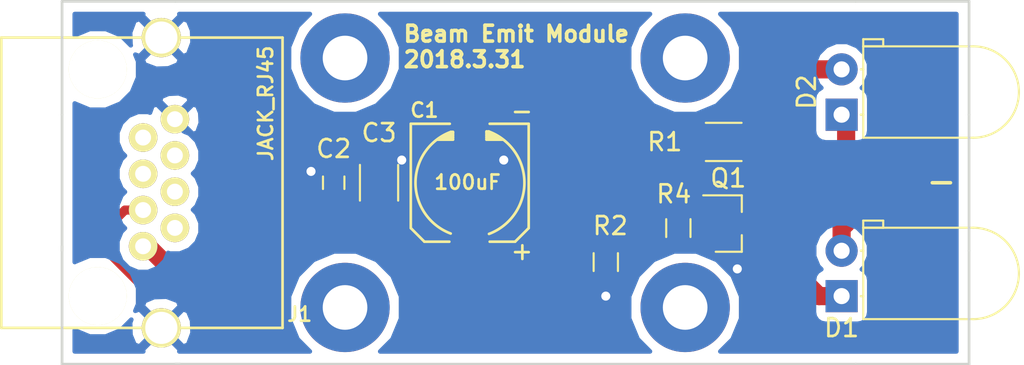
<source format=kicad_pcb>
(kicad_pcb (version 4) (host pcbnew 4.0.7)

  (general
    (links 17)
    (no_connects 0)
    (area 31.906869 34.2568 91.2562 57.2832)
    (thickness 1.6)
    (drawings 14)
    (tracks 60)
    (zones 0)
    (modules 14)
    (nets 8)
  )

  (page A4)
  (layers
    (0 F.Cu signal)
    (31 B.Cu signal)
    (32 B.Adhes user)
    (33 F.Adhes user)
    (34 B.Paste user)
    (35 F.Paste user)
    (36 B.SilkS user)
    (37 F.SilkS user)
    (38 B.Mask user)
    (39 F.Mask user)
    (40 Dwgs.User user)
    (41 Cmts.User user)
    (42 Eco1.User user)
    (43 Eco2.User user)
    (44 Edge.Cuts user)
    (45 Margin user)
    (46 B.CrtYd user)
    (47 F.CrtYd user)
    (48 B.Fab user)
    (49 F.Fab user)
  )

  (setup
    (last_trace_width 1.016)
    (user_trace_width 0.381)
    (user_trace_width 0.508)
    (user_trace_width 0.762)
    (user_trace_width 1.016)
    (user_trace_width 1.524)
    (trace_clearance 0.2032)
    (zone_clearance 0.508)
    (zone_45_only yes)
    (trace_min 0.2)
    (segment_width 0.2)
    (edge_width 0.15)
    (via_size 0.6604)
    (via_drill 0.3556)
    (via_min_size 0.4)
    (via_min_drill 0.3)
    (user_via 1.016 0.508)
    (uvia_size 0.6604)
    (uvia_drill 0.3556)
    (uvias_allowed no)
    (uvia_min_size 0.2)
    (uvia_min_drill 0.1)
    (pcb_text_width 0.3)
    (pcb_text_size 1.5 1.5)
    (mod_edge_width 0.15)
    (mod_text_size 1 1)
    (mod_text_width 0.15)
    (pad_size 1.524 1.524)
    (pad_drill 0.762)
    (pad_to_mask_clearance 0.2)
    (aux_axis_origin 10.16 10.16)
    (grid_origin 10.16 10.16)
    (visible_elements 7FFFFF7F)
    (pcbplotparams
      (layerselection 0x010fc_80000001)
      (usegerberextensions false)
      (excludeedgelayer true)
      (linewidth 0.150000)
      (plotframeref false)
      (viasonmask false)
      (mode 1)
      (useauxorigin false)
      (hpglpennumber 1)
      (hpglpenspeed 20)
      (hpglpendiameter 15)
      (hpglpenoverlay 2)
      (psnegative false)
      (psa4output false)
      (plotreference true)
      (plotvalue true)
      (plotinvisibletext false)
      (padsonsilk false)
      (subtractmaskfromsilk false)
      (outputformat 1)
      (mirror false)
      (drillshape 0)
      (scaleselection 1)
      (outputdirectory ./gerber))
  )

  (net 0 "")
  (net 1 "Net-(Q1-Pad1)")
  (net 2 GND)
  (net 3 "Net-(D1-Pad1)")
  (net 4 "Net-(D1-Pad2)")
  (net 5 "Net-(D2-Pad2)")
  (net 6 +3V3)
  (net 7 "Net-(J1-Pad3)")

  (net_class Default "This is the default net class."
    (clearance 0.2032)
    (trace_width 0.254)
    (via_dia 0.6604)
    (via_drill 0.3556)
    (uvia_dia 0.6604)
    (uvia_drill 0.3556)
    (add_net +3V3)
    (add_net GND)
    (add_net "Net-(D1-Pad1)")
    (add_net "Net-(D1-Pad2)")
    (add_net "Net-(D2-Pad2)")
    (add_net "Net-(J1-Pad3)")
    (add_net "Net-(Q1-Pad1)")
  )

  (module TO_SOT_Packages_SMD:SOT-23 (layer F.Cu) (tedit 5A22ED9B) (tstamp 59C1A163)
    (at 72.898 48.006)
    (descr "SOT-23, Standard")
    (tags SOT-23)
    (path /59FD80EC)
    (attr smd)
    (fp_text reference Q1 (at 0 -2.54 180) (layer F.SilkS)
      (effects (font (size 1 1) (thickness 0.15)))
    )
    (fp_text value Q_NMOS_GSD (at 0 2.5) (layer F.Fab) hide
      (effects (font (size 1 1) (thickness 0.15)))
    )
    (fp_text user %R (at 0 0 90) (layer F.Fab)
      (effects (font (size 0.5 0.5) (thickness 0.075)))
    )
    (fp_line (start -0.7 -0.95) (end -0.7 1.5) (layer F.Fab) (width 0.1))
    (fp_line (start -0.15 -1.52) (end 0.7 -1.52) (layer F.Fab) (width 0.1))
    (fp_line (start -0.7 -0.95) (end -0.15 -1.52) (layer F.Fab) (width 0.1))
    (fp_line (start 0.7 -1.52) (end 0.7 1.52) (layer F.Fab) (width 0.1))
    (fp_line (start -0.7 1.52) (end 0.7 1.52) (layer F.Fab) (width 0.1))
    (fp_line (start 0.76 1.58) (end 0.76 0.65) (layer F.SilkS) (width 0.12))
    (fp_line (start 0.76 -1.58) (end 0.76 -0.65) (layer F.SilkS) (width 0.12))
    (fp_line (start -1.7 -1.75) (end 1.7 -1.75) (layer F.CrtYd) (width 0.05))
    (fp_line (start 1.7 -1.75) (end 1.7 1.75) (layer F.CrtYd) (width 0.05))
    (fp_line (start 1.7 1.75) (end -1.7 1.75) (layer F.CrtYd) (width 0.05))
    (fp_line (start -1.7 1.75) (end -1.7 -1.75) (layer F.CrtYd) (width 0.05))
    (fp_line (start 0.76 -1.58) (end -1.4 -1.58) (layer F.SilkS) (width 0.12))
    (fp_line (start 0.76 1.58) (end -0.7 1.58) (layer F.SilkS) (width 0.12))
    (pad 1 smd rect (at -1 -0.95) (size 0.9 0.8) (layers F.Cu F.Paste F.Mask)
      (net 1 "Net-(Q1-Pad1)"))
    (pad 2 smd rect (at -1 0.95) (size 0.9 0.8) (layers F.Cu F.Paste F.Mask)
      (net 2 GND))
    (pad 3 smd rect (at 1 0) (size 0.9 0.8) (layers F.Cu F.Paste F.Mask)
      (net 3 "Net-(D1-Pad1)"))
    (model ${KISYS3DMOD}/TO_SOT_Packages_SMD.3dshapes/SOT-23.wrl
      (at (xyz 0 0 0))
      (scale (xyz 1 1 1))
      (rotate (xyz 0 0 0))
    )
  )

  (module Resistors_SMD:R_1206 (layer F.Cu) (tedit 5A22EC4E) (tstamp 59FF8136)
    (at 53.34 45.72 90)
    (descr "Resistor SMD 1206, reflow soldering, Vishay (see dcrcw.pdf)")
    (tags "resistor 1206")
    (path /59FF8067)
    (attr smd)
    (fp_text reference C3 (at 2.794 0 180) (layer F.SilkS)
      (effects (font (size 1 1) (thickness 0.15)))
    )
    (fp_text value 10uF (at -0.254 -1.778 90) (layer F.Fab) hide
      (effects (font (size 1 1) (thickness 0.15)))
    )
    (fp_text user %R (at 0 0 90) (layer F.Fab)
      (effects (font (size 0.7 0.7) (thickness 0.105)))
    )
    (fp_line (start -1.6 0.8) (end -1.6 -0.8) (layer F.Fab) (width 0.1))
    (fp_line (start 1.6 0.8) (end -1.6 0.8) (layer F.Fab) (width 0.1))
    (fp_line (start 1.6 -0.8) (end 1.6 0.8) (layer F.Fab) (width 0.1))
    (fp_line (start -1.6 -0.8) (end 1.6 -0.8) (layer F.Fab) (width 0.1))
    (fp_line (start 1 1.07) (end -1 1.07) (layer F.SilkS) (width 0.12))
    (fp_line (start -1 -1.07) (end 1 -1.07) (layer F.SilkS) (width 0.12))
    (fp_line (start -2.15 -1.11) (end 2.15 -1.11) (layer F.CrtYd) (width 0.05))
    (fp_line (start -2.15 -1.11) (end -2.15 1.1) (layer F.CrtYd) (width 0.05))
    (fp_line (start 2.15 1.1) (end 2.15 -1.11) (layer F.CrtYd) (width 0.05))
    (fp_line (start 2.15 1.1) (end -2.15 1.1) (layer F.CrtYd) (width 0.05))
    (pad 1 smd rect (at -1.45 0 90) (size 0.9 1.7) (layers F.Cu F.Paste F.Mask)
      (net 6 +3V3))
    (pad 2 smd rect (at 1.45 0 90) (size 0.9 1.7) (layers F.Cu F.Paste F.Mask)
      (net 2 GND))
    (model ${KISYS3DMOD}/Resistors_SMD.3dshapes/R_1206.wrl
      (at (xyz 0 0 0))
      (scale (xyz 1 1 1))
      (rotate (xyz 0 0 0))
    )
  )

  (module Resistors_SMD:R_1206 (layer F.Cu) (tedit 5AC25C85) (tstamp 59FF816C)
    (at 72.644 43.434 180)
    (descr "Resistor SMD 1206, reflow soldering, Vishay (see dcrcw.pdf)")
    (tags "resistor 1206")
    (path /59FD89F4)
    (attr smd)
    (fp_text reference R1 (at 3.302 0 180) (layer F.SilkS)
      (effects (font (size 1 1) (thickness 0.15)))
    )
    (fp_text value 4R7 (at 3.556 1.778 180) (layer F.Fab) hide
      (effects (font (size 1 1) (thickness 0.15)))
    )
    (fp_text user %R (at 0 0 180) (layer F.Fab)
      (effects (font (size 0.7 0.7) (thickness 0.105)))
    )
    (fp_line (start -1.6 0.8) (end -1.6 -0.8) (layer F.Fab) (width 0.1))
    (fp_line (start 1.6 0.8) (end -1.6 0.8) (layer F.Fab) (width 0.1))
    (fp_line (start 1.6 -0.8) (end 1.6 0.8) (layer F.Fab) (width 0.1))
    (fp_line (start -1.6 -0.8) (end 1.6 -0.8) (layer F.Fab) (width 0.1))
    (fp_line (start 1 1.07) (end -1 1.07) (layer F.SilkS) (width 0.12))
    (fp_line (start -1 -1.07) (end 1 -1.07) (layer F.SilkS) (width 0.12))
    (fp_line (start -2.15 -1.11) (end 2.15 -1.11) (layer F.CrtYd) (width 0.05))
    (fp_line (start -2.15 -1.11) (end -2.15 1.1) (layer F.CrtYd) (width 0.05))
    (fp_line (start 2.15 1.1) (end 2.15 -1.11) (layer F.CrtYd) (width 0.05))
    (fp_line (start 2.15 1.1) (end -2.15 1.1) (layer F.CrtYd) (width 0.05))
    (pad 1 smd rect (at -1.45 0 180) (size 0.9 1.7) (layers F.Cu F.Paste F.Mask)
      (net 5 "Net-(D2-Pad2)"))
    (pad 2 smd rect (at 1.45 0 180) (size 0.9 1.7) (layers F.Cu F.Paste F.Mask)
      (net 6 +3V3))
    (model ${KISYS3DMOD}/Resistors_SMD.3dshapes/R_1206.wrl
      (at (xyz 0 0 0))
      (scale (xyz 1 1 1))
      (rotate (xyz 0 0 0))
    )
  )

  (module Resistors_SMD:R_0603 (layer F.Cu) (tedit 5ABE5D49) (tstamp 59FF818E)
    (at 70.104 48.26 90)
    (descr "Resistor SMD 0603, reflow soldering, Vishay (see dcrcw.pdf)")
    (tags "resistor 0603")
    (path /59D0E70C)
    (attr smd)
    (fp_text reference R4 (at 1.905 -0.254 180) (layer F.SilkS)
      (effects (font (size 1 1) (thickness 0.15)))
    )
    (fp_text value 1K (at 0 1.5 90) (layer F.Fab) hide
      (effects (font (size 1 1) (thickness 0.15)))
    )
    (fp_text user %R (at 0 0 90) (layer F.Fab)
      (effects (font (size 0.4 0.4) (thickness 0.075)))
    )
    (fp_line (start -0.8 0.4) (end -0.8 -0.4) (layer F.Fab) (width 0.1))
    (fp_line (start 0.8 0.4) (end -0.8 0.4) (layer F.Fab) (width 0.1))
    (fp_line (start 0.8 -0.4) (end 0.8 0.4) (layer F.Fab) (width 0.1))
    (fp_line (start -0.8 -0.4) (end 0.8 -0.4) (layer F.Fab) (width 0.1))
    (fp_line (start 0.5 0.68) (end -0.5 0.68) (layer F.SilkS) (width 0.12))
    (fp_line (start -0.5 -0.68) (end 0.5 -0.68) (layer F.SilkS) (width 0.12))
    (fp_line (start -1.25 -0.7) (end 1.25 -0.7) (layer F.CrtYd) (width 0.05))
    (fp_line (start -1.25 -0.7) (end -1.25 0.7) (layer F.CrtYd) (width 0.05))
    (fp_line (start 1.25 0.7) (end 1.25 -0.7) (layer F.CrtYd) (width 0.05))
    (fp_line (start 1.25 0.7) (end -1.25 0.7) (layer F.CrtYd) (width 0.05))
    (pad 1 smd rect (at -0.75 0 90) (size 0.5 0.9) (layers F.Cu F.Paste F.Mask)
      (net 7 "Net-(J1-Pad3)"))
    (pad 2 smd rect (at 0.75 0 90) (size 0.5 0.9) (layers F.Cu F.Paste F.Mask)
      (net 1 "Net-(Q1-Pad1)"))
    (model ${KISYS3DMOD}/Resistors_SMD.3dshapes/R_0603.wrl
      (at (xyz 0 0 0))
      (scale (xyz 1 1 1))
      (rotate (xyz 0 0 0))
    )
  )

  (module LEDs:LED_D5.0mm_Horizontal_O1.27mm_Z15.0mm (layer F.Cu) (tedit 5A22D484) (tstamp 59FF82FE)
    (at 79.248 52.07 90)
    (descr "LED, diameter 5.0mm z-position of LED center 3.0mm, 2 pins, diameter 5.0mm z-position of LED center 3.0mm, 2 pins, diameter 5.0mm z-position of LED center 3.0mm, 2 pins, diameter 5.0mm z-position of LED center 9.0mm, 2 pins, diameter 5.0mm z-position of LED center 9.0mm, 2 pins, diameter 5.0mm z-position of LED center 9.0mm, 2 pins, diameter 5.0mm z-position of LED center 15.0mm, 2 pins")
    (tags "LED diameter 5.0mm z-position of LED center 3.0mm 2 pins diameter 5.0mm z-position of LED center 3.0mm 2 pins diameter 5.0mm z-position of LED center 3.0mm 2 pins diameter 5.0mm z-position of LED center 9.0mm 2 pins diameter 5.0mm z-position of LED center 9.0mm 2 pins diameter 5.0mm z-position of LED center 9.0mm 2 pins diameter 5.0mm z-position of LED center 15.0mm 2 pins")
    (path /59CD43E5)
    (fp_text reference D1 (at -1.778 0 180) (layer F.SilkS)
      (effects (font (size 1 1) (thickness 0.15)))
    )
    (fp_text value IR_LED (at 1.27 10.93 90) (layer F.Fab) hide
      (effects (font (size 1 1) (thickness 0.15)))
    )
    (fp_arc (start 1.27 7.37) (end -1.23 7.37) (angle -180) (layer F.Fab) (width 0.1))
    (fp_arc (start 1.27 7.37) (end -1.29 7.37) (angle -180) (layer F.SilkS) (width 0.12))
    (fp_line (start -1.23 1.27) (end -1.23 7.37) (layer F.Fab) (width 0.1))
    (fp_line (start 3.77 1.27) (end 3.77 7.37) (layer F.Fab) (width 0.1))
    (fp_line (start -1.23 1.27) (end 3.77 1.27) (layer F.Fab) (width 0.1))
    (fp_line (start 4.17 1.27) (end 4.17 2.27) (layer F.Fab) (width 0.1))
    (fp_line (start 4.17 2.27) (end 3.77 2.27) (layer F.Fab) (width 0.1))
    (fp_line (start 3.77 2.27) (end 3.77 1.27) (layer F.Fab) (width 0.1))
    (fp_line (start 3.77 1.27) (end 4.17 1.27) (layer F.Fab) (width 0.1))
    (fp_line (start 0 0) (end 0 1.27) (layer F.Fab) (width 0.1))
    (fp_line (start 0 1.27) (end 0 1.27) (layer F.Fab) (width 0.1))
    (fp_line (start 0 1.27) (end 0 0) (layer F.Fab) (width 0.1))
    (fp_line (start 0 0) (end 0 0) (layer F.Fab) (width 0.1))
    (fp_line (start 2.54 0) (end 2.54 1.27) (layer F.Fab) (width 0.1))
    (fp_line (start 2.54 1.27) (end 2.54 1.27) (layer F.Fab) (width 0.1))
    (fp_line (start 2.54 1.27) (end 2.54 0) (layer F.Fab) (width 0.1))
    (fp_line (start 2.54 0) (end 2.54 0) (layer F.Fab) (width 0.1))
    (fp_line (start -1.29 1.21) (end -1.29 7.37) (layer F.SilkS) (width 0.12))
    (fp_line (start 3.83 1.21) (end 3.83 7.37) (layer F.SilkS) (width 0.12))
    (fp_line (start -1.29 1.21) (end 3.83 1.21) (layer F.SilkS) (width 0.12))
    (fp_line (start 4.23 1.21) (end 4.23 2.33) (layer F.SilkS) (width 0.12))
    (fp_line (start 4.23 2.33) (end 3.83 2.33) (layer F.SilkS) (width 0.12))
    (fp_line (start 3.83 2.33) (end 3.83 1.21) (layer F.SilkS) (width 0.12))
    (fp_line (start 3.83 1.21) (end 4.23 1.21) (layer F.SilkS) (width 0.12))
    (fp_line (start 0 1.08) (end 0 1.21) (layer F.SilkS) (width 0.12))
    (fp_line (start 0 1.21) (end 0 1.21) (layer F.SilkS) (width 0.12))
    (fp_line (start 0 1.21) (end 0 1.08) (layer F.SilkS) (width 0.12))
    (fp_line (start 0 1.08) (end 0 1.08) (layer F.SilkS) (width 0.12))
    (fp_line (start 2.54 1.08) (end 2.54 1.21) (layer F.SilkS) (width 0.12))
    (fp_line (start 2.54 1.21) (end 2.54 1.21) (layer F.SilkS) (width 0.12))
    (fp_line (start 2.54 1.21) (end 2.54 1.08) (layer F.SilkS) (width 0.12))
    (fp_line (start 2.54 1.08) (end 2.54 1.08) (layer F.SilkS) (width 0.12))
    (fp_line (start -1.95 -1.25) (end -1.95 10.2) (layer F.CrtYd) (width 0.05))
    (fp_line (start -1.95 10.2) (end 4.5 10.2) (layer F.CrtYd) (width 0.05))
    (fp_line (start 4.5 10.2) (end 4.5 -1.25) (layer F.CrtYd) (width 0.05))
    (fp_line (start 4.5 -1.25) (end -1.95 -1.25) (layer F.CrtYd) (width 0.05))
    (pad 1 thru_hole rect (at 0 0 90) (size 1.8 1.8) (drill 0.9) (layers *.Cu *.Mask)
      (net 3 "Net-(D1-Pad1)"))
    (pad 2 thru_hole circle (at 2.54 0 90) (size 1.8 1.8) (drill 0.9) (layers *.Cu *.Mask)
      (net 4 "Net-(D1-Pad2)"))
    (model ${KISYS3DMOD}/LEDs.3dshapes/LED_D5.0mm_Horizontal_O1.27mm_Z15.0mm.wrl
      (at (xyz 0 0 0))
      (scale (xyz 0.393701 0.393701 0.393701))
      (rotate (xyz 0 0 0))
    )
  )

  (module CA6:c_elec_6.3x5.7 (layer F.Cu) (tedit 5A22EC9A) (tstamp 5A22D486)
    (at 58.42 45.72 270)
    (descr "SMT capacitor, aluminium electrolytic, 6.3x5.7")
    (path /5A21D205)
    (fp_text reference C1 (at -4.064 2.54 360) (layer F.SilkS)
      (effects (font (size 0.8 0.8) (thickness 0.15)))
    )
    (fp_text value 100uF (at -0.0254 0.127 360) (layer F.SilkS)
      (effects (font (size 0.8 0.8) (thickness 0.15)))
    )
    (fp_line (start -2.8702 -1.0668) (end -2.8702 -0.9398) (layer F.SilkS) (width 0.14986))
    (fp_line (start -2.8448 0.9398) (end -2.8448 1.0414) (layer F.SilkS) (width 0.14986))
    (fp_arc (start 0 0) (end 2.8448 1.0668) (angle 139) (layer F.SilkS) (width 0.14986))
    (fp_arc (start 0 0) (end -2.8702 -1.0668) (angle 139) (layer F.SilkS) (width 0.14986))
    (fp_line (start -2.794 1.1684) (end -2.794 0.9398) (layer F.SilkS) (width 0.14986))
    (fp_line (start -2.667 1.4224) (end -2.667 0.9398) (layer F.SilkS) (width 0.14986))
    (fp_line (start -2.54 1.6256) (end -2.54 0.9398) (layer F.SilkS) (width 0.14986))
    (fp_line (start -2.413 1.8034) (end -2.413 0.9398) (layer F.SilkS) (width 0.14986))
    (fp_line (start -2.413 0.9398) (end -2.8448 0.9398) (layer F.SilkS) (width 0.14986))
    (fp_line (start -2.413 -0.9398) (end -2.8702 -0.9398) (layer F.SilkS) (width 0.14986))
    (fp_line (start -2.794 -1.2192) (end -2.794 -0.9398) (layer F.SilkS) (width 0.14986))
    (fp_line (start -2.667 -1.4732) (end -2.667 -0.9398) (layer F.SilkS) (width 0.14986))
    (fp_line (start -2.54 -1.6764) (end -2.54 -0.9398) (layer F.SilkS) (width 0.14986))
    (fp_line (start -2.413 -1.8542) (end -2.413 -0.9398) (layer F.SilkS) (width 0.14986))
    (fp_line (start -3.302 -3.302) (end -3.302 -1.1176) (layer F.SilkS) (width 0.14986))
    (fp_line (start -3.302 3.302) (end -3.302 1.1176) (layer F.SilkS) (width 0.14986))
    (fp_line (start 3.302 -2.54) (end 3.302 -1.1176) (layer F.SilkS) (width 0.14986))
    (fp_line (start 3.302 1.143) (end 3.302 2.54) (layer F.SilkS) (width 0.14986))
    (fp_line (start -3.9624 -3.302) (end -3.9624 -2.54) (layer F.SilkS) (width 0.14986))
    (fp_line (start -3.302 3.302) (end 2.54 3.302) (layer F.SilkS) (width 0.14986))
    (fp_line (start 2.54 3.302) (end 3.302 2.54) (layer F.SilkS) (width 0.14986))
    (fp_line (start 3.302 -2.54) (end 2.54 -3.302) (layer F.SilkS) (width 0.14986))
    (fp_line (start 2.54 -3.302) (end -3.302 -3.302) (layer F.SilkS) (width 0.14986))
    (fp_line (start 4.2672 -2.9464) (end 3.5052 -2.9464) (layer F.SilkS) (width 0.14986))
    (fp_line (start 3.8862 -3.302) (end 3.8862 -2.54) (layer F.SilkS) (width 0.14986))
    (pad 1 smd rect (at 2.7508 0 270) (size 3.5992 1.6002) (layers F.Cu F.Paste F.Mask)
      (net 6 +3V3))
    (pad 2 smd rect (at -2.7508 0 270) (size 3.5992 1.6002) (layers F.Cu F.Paste F.Mask)
      (net 2 GND))
  )

  (module Capacitors_SMD:C_0603 (layer F.Cu) (tedit 5ABE5BE0) (tstamp 5A22D4A4)
    (at 50.8 45.72 90)
    (descr "Capacitor SMD 0603, reflow soldering, AVX (see smccp.pdf)")
    (tags "capacitor 0603")
    (path /5A21ED48)
    (attr smd)
    (fp_text reference C2 (at 1.905 0 180) (layer F.SilkS)
      (effects (font (size 1 1) (thickness 0.15)))
    )
    (fp_text value 0.1uF (at 0 1.5 90) (layer F.Fab) hide
      (effects (font (size 1 1) (thickness 0.15)))
    )
    (fp_line (start 1.4 0.65) (end -1.4 0.65) (layer F.CrtYd) (width 0.05))
    (fp_line (start 1.4 0.65) (end 1.4 -0.65) (layer F.CrtYd) (width 0.05))
    (fp_line (start -1.4 -0.65) (end -1.4 0.65) (layer F.CrtYd) (width 0.05))
    (fp_line (start -1.4 -0.65) (end 1.4 -0.65) (layer F.CrtYd) (width 0.05))
    (fp_line (start 0.35 0.6) (end -0.35 0.6) (layer F.SilkS) (width 0.12))
    (fp_line (start -0.35 -0.6) (end 0.35 -0.6) (layer F.SilkS) (width 0.12))
    (fp_line (start -0.8 -0.4) (end 0.8 -0.4) (layer F.Fab) (width 0.1))
    (fp_line (start 0.8 -0.4) (end 0.8 0.4) (layer F.Fab) (width 0.1))
    (fp_line (start 0.8 0.4) (end -0.8 0.4) (layer F.Fab) (width 0.1))
    (fp_line (start -0.8 0.4) (end -0.8 -0.4) (layer F.Fab) (width 0.1))
    (fp_text user %R (at 0 0 90) (layer F.Fab)
      (effects (font (size 0.3 0.3) (thickness 0.075)))
    )
    (pad 2 smd rect (at 0.75 0 90) (size 0.8 0.75) (layers F.Cu F.Paste F.Mask)
      (net 2 GND))
    (pad 1 smd rect (at -0.75 0 90) (size 0.8 0.75) (layers F.Cu F.Paste F.Mask)
      (net 6 +3V3))
    (model Capacitors_SMD.3dshapes/C_0603.wrl
      (at (xyz 0 0 0))
      (scale (xyz 1 1 1))
      (rotate (xyz 0 0 0))
    )
  )

  (module LEDs:LED_D5.0mm_Horizontal_O1.27mm_Z15.0mm (layer F.Cu) (tedit 5A22D480) (tstamp 5A22D4FF)
    (at 79.248 41.91 90)
    (descr "LED, diameter 5.0mm z-position of LED center 3.0mm, 2 pins, diameter 5.0mm z-position of LED center 3.0mm, 2 pins, diameter 5.0mm z-position of LED center 3.0mm, 2 pins, diameter 5.0mm z-position of LED center 9.0mm, 2 pins, diameter 5.0mm z-position of LED center 9.0mm, 2 pins, diameter 5.0mm z-position of LED center 9.0mm, 2 pins, diameter 5.0mm z-position of LED center 15.0mm, 2 pins")
    (tags "LED diameter 5.0mm z-position of LED center 3.0mm 2 pins diameter 5.0mm z-position of LED center 3.0mm 2 pins diameter 5.0mm z-position of LED center 3.0mm 2 pins diameter 5.0mm z-position of LED center 9.0mm 2 pins diameter 5.0mm z-position of LED center 9.0mm 2 pins diameter 5.0mm z-position of LED center 9.0mm 2 pins diameter 5.0mm z-position of LED center 15.0mm 2 pins")
    (path /5A221E37)
    (fp_text reference D2 (at 1.27 -1.96 90) (layer F.SilkS)
      (effects (font (size 1 1) (thickness 0.15)))
    )
    (fp_text value IR_LED (at 1.27 10.93 90) (layer F.Fab) hide
      (effects (font (size 1 1) (thickness 0.15)))
    )
    (fp_arc (start 1.27 7.37) (end -1.23 7.37) (angle -180) (layer F.Fab) (width 0.1))
    (fp_arc (start 1.27 7.37) (end -1.29 7.37) (angle -180) (layer F.SilkS) (width 0.12))
    (fp_line (start -1.23 1.27) (end -1.23 7.37) (layer F.Fab) (width 0.1))
    (fp_line (start 3.77 1.27) (end 3.77 7.37) (layer F.Fab) (width 0.1))
    (fp_line (start -1.23 1.27) (end 3.77 1.27) (layer F.Fab) (width 0.1))
    (fp_line (start 4.17 1.27) (end 4.17 2.27) (layer F.Fab) (width 0.1))
    (fp_line (start 4.17 2.27) (end 3.77 2.27) (layer F.Fab) (width 0.1))
    (fp_line (start 3.77 2.27) (end 3.77 1.27) (layer F.Fab) (width 0.1))
    (fp_line (start 3.77 1.27) (end 4.17 1.27) (layer F.Fab) (width 0.1))
    (fp_line (start 0 0) (end 0 1.27) (layer F.Fab) (width 0.1))
    (fp_line (start 0 1.27) (end 0 1.27) (layer F.Fab) (width 0.1))
    (fp_line (start 0 1.27) (end 0 0) (layer F.Fab) (width 0.1))
    (fp_line (start 0 0) (end 0 0) (layer F.Fab) (width 0.1))
    (fp_line (start 2.54 0) (end 2.54 1.27) (layer F.Fab) (width 0.1))
    (fp_line (start 2.54 1.27) (end 2.54 1.27) (layer F.Fab) (width 0.1))
    (fp_line (start 2.54 1.27) (end 2.54 0) (layer F.Fab) (width 0.1))
    (fp_line (start 2.54 0) (end 2.54 0) (layer F.Fab) (width 0.1))
    (fp_line (start -1.29 1.21) (end -1.29 7.37) (layer F.SilkS) (width 0.12))
    (fp_line (start 3.83 1.21) (end 3.83 7.37) (layer F.SilkS) (width 0.12))
    (fp_line (start -1.29 1.21) (end 3.83 1.21) (layer F.SilkS) (width 0.12))
    (fp_line (start 4.23 1.21) (end 4.23 2.33) (layer F.SilkS) (width 0.12))
    (fp_line (start 4.23 2.33) (end 3.83 2.33) (layer F.SilkS) (width 0.12))
    (fp_line (start 3.83 2.33) (end 3.83 1.21) (layer F.SilkS) (width 0.12))
    (fp_line (start 3.83 1.21) (end 4.23 1.21) (layer F.SilkS) (width 0.12))
    (fp_line (start 0 1.08) (end 0 1.21) (layer F.SilkS) (width 0.12))
    (fp_line (start 0 1.21) (end 0 1.21) (layer F.SilkS) (width 0.12))
    (fp_line (start 0 1.21) (end 0 1.08) (layer F.SilkS) (width 0.12))
    (fp_line (start 0 1.08) (end 0 1.08) (layer F.SilkS) (width 0.12))
    (fp_line (start 2.54 1.08) (end 2.54 1.21) (layer F.SilkS) (width 0.12))
    (fp_line (start 2.54 1.21) (end 2.54 1.21) (layer F.SilkS) (width 0.12))
    (fp_line (start 2.54 1.21) (end 2.54 1.08) (layer F.SilkS) (width 0.12))
    (fp_line (start 2.54 1.08) (end 2.54 1.08) (layer F.SilkS) (width 0.12))
    (fp_line (start -1.95 -1.25) (end -1.95 10.2) (layer F.CrtYd) (width 0.05))
    (fp_line (start -1.95 10.2) (end 4.5 10.2) (layer F.CrtYd) (width 0.05))
    (fp_line (start 4.5 10.2) (end 4.5 -1.25) (layer F.CrtYd) (width 0.05))
    (fp_line (start 4.5 -1.25) (end -1.95 -1.25) (layer F.CrtYd) (width 0.05))
    (pad 1 thru_hole rect (at 0 0 90) (size 1.8 1.8) (drill 0.9) (layers *.Cu *.Mask)
      (net 4 "Net-(D1-Pad2)"))
    (pad 2 thru_hole circle (at 2.54 0 90) (size 1.8 1.8) (drill 0.9) (layers *.Cu *.Mask)
      (net 5 "Net-(D2-Pad2)"))
    (model ${KISYS3DMOD}/LEDs.3dshapes/LED_D5.0mm_Horizontal_O1.27mm_Z15.0mm.wrl
      (at (xyz 0 0 0))
      (scale (xyz 0.393701 0.393701 0.393701))
      (rotate (xyz 0 0 0))
    )
  )

  (module Resistors_SMD:R_0603 (layer F.Cu) (tedit 5A22EDE1) (tstamp 5A22D515)
    (at 66.04 50.165 90)
    (descr "Resistor SMD 0603, reflow soldering, Vishay (see dcrcw.pdf)")
    (tags "resistor 0603")
    (path /5A21EBE0)
    (attr smd)
    (fp_text reference R2 (at 2.032 0.254 180) (layer F.SilkS)
      (effects (font (size 1 1) (thickness 0.15)))
    )
    (fp_text value 100K (at 0 1.5 90) (layer F.Fab) hide
      (effects (font (size 1 1) (thickness 0.15)))
    )
    (fp_text user %R (at 0 0 90) (layer F.Fab)
      (effects (font (size 0.4 0.4) (thickness 0.075)))
    )
    (fp_line (start -0.8 0.4) (end -0.8 -0.4) (layer F.Fab) (width 0.1))
    (fp_line (start 0.8 0.4) (end -0.8 0.4) (layer F.Fab) (width 0.1))
    (fp_line (start 0.8 -0.4) (end 0.8 0.4) (layer F.Fab) (width 0.1))
    (fp_line (start -0.8 -0.4) (end 0.8 -0.4) (layer F.Fab) (width 0.1))
    (fp_line (start 0.5 0.68) (end -0.5 0.68) (layer F.SilkS) (width 0.12))
    (fp_line (start -0.5 -0.68) (end 0.5 -0.68) (layer F.SilkS) (width 0.12))
    (fp_line (start -1.25 -0.7) (end 1.25 -0.7) (layer F.CrtYd) (width 0.05))
    (fp_line (start -1.25 -0.7) (end -1.25 0.7) (layer F.CrtYd) (width 0.05))
    (fp_line (start 1.25 0.7) (end 1.25 -0.7) (layer F.CrtYd) (width 0.05))
    (fp_line (start 1.25 0.7) (end -1.25 0.7) (layer F.CrtYd) (width 0.05))
    (pad 1 smd rect (at -0.75 0 90) (size 0.5 0.9) (layers F.Cu F.Paste F.Mask)
      (net 2 GND))
    (pad 2 smd rect (at 0.75 0 90) (size 0.5 0.9) (layers F.Cu F.Paste F.Mask)
      (net 7 "Net-(J1-Pad3)"))
    (model ${KISYS3DMOD}/Resistors_SMD.3dshapes/R_0603.wrl
      (at (xyz 0 0 0))
      (scale (xyz 1 1 1))
      (rotate (xyz 0 0 0))
    )
  )

  (module Mounting_Holes:MountingHole_2.5mm_Pad (layer F.Cu) (tedit 5A22D5EB) (tstamp 5A22D561)
    (at 51.435 38.735)
    (descr "Mounting Hole 2.5mm")
    (tags "mounting hole 2.5mm")
    (path /5A22D73E)
    (attr virtual)
    (fp_text reference X1 (at 0 -3.5) (layer F.SilkS) hide
      (effects (font (size 1 1) (thickness 0.15)))
    )
    (fp_text value HOLE (at 0 3.5) (layer F.Fab) hide
      (effects (font (size 1 1) (thickness 0.15)))
    )
    (fp_text user %R (at 0.3 0) (layer F.Fab)
      (effects (font (size 1 1) (thickness 0.15)))
    )
    (fp_circle (center 0 0) (end 2.5 0) (layer Cmts.User) (width 0.15))
    (fp_circle (center 0 0) (end 2.75 0) (layer F.CrtYd) (width 0.05))
    (pad 1 thru_hole circle (at 0 0) (size 5 5) (drill 2.5) (layers *.Cu *.Mask))
  )

  (module Mounting_Holes:MountingHole_2.5mm_Pad (layer F.Cu) (tedit 5A22D5EF) (tstamp 5A22D569)
    (at 51.435 52.705)
    (descr "Mounting Hole 2.5mm")
    (tags "mounting hole 2.5mm")
    (path /5A22E2CB)
    (attr virtual)
    (fp_text reference X2 (at 0 -3.5) (layer F.SilkS) hide
      (effects (font (size 1 1) (thickness 0.15)))
    )
    (fp_text value HOLE (at 0 3.5) (layer F.Fab) hide
      (effects (font (size 1 1) (thickness 0.15)))
    )
    (fp_text user %R (at 0.3 0) (layer F.Fab)
      (effects (font (size 1 1) (thickness 0.15)))
    )
    (fp_circle (center 0 0) (end 2.5 0) (layer Cmts.User) (width 0.15))
    (fp_circle (center 0 0) (end 2.75 0) (layer F.CrtYd) (width 0.05))
    (pad 1 thru_hole circle (at 0 0) (size 5 5) (drill 2.5) (layers *.Cu *.Mask))
  )

  (module Mounting_Holes:MountingHole_2.5mm_Pad (layer F.Cu) (tedit 5A22D5F3) (tstamp 5A22D571)
    (at 70.485 38.735)
    (descr "Mounting Hole 2.5mm")
    (tags "mounting hole 2.5mm")
    (path /5A22E316)
    (attr virtual)
    (fp_text reference X3 (at 0 -3.5) (layer F.SilkS) hide
      (effects (font (size 1 1) (thickness 0.15)))
    )
    (fp_text value HOLE (at 0 3.5) (layer F.Fab) hide
      (effects (font (size 1 1) (thickness 0.15)))
    )
    (fp_text user %R (at 0.3 0) (layer F.Fab)
      (effects (font (size 1 1) (thickness 0.15)))
    )
    (fp_circle (center 0 0) (end 2.5 0) (layer Cmts.User) (width 0.15))
    (fp_circle (center 0 0) (end 2.75 0) (layer F.CrtYd) (width 0.05))
    (pad 1 thru_hole circle (at 0 0) (size 5 5) (drill 2.5) (layers *.Cu *.Mask))
  )

  (module Mounting_Holes:MountingHole_2.5mm_Pad (layer F.Cu) (tedit 5A22D5F6) (tstamp 5A22D579)
    (at 70.485 52.705)
    (descr "Mounting Hole 2.5mm")
    (tags "mounting hole 2.5mm")
    (path /5A22E364)
    (attr virtual)
    (fp_text reference X4 (at 0 -3.5) (layer F.SilkS) hide
      (effects (font (size 1 1) (thickness 0.15)))
    )
    (fp_text value HOLE (at 0 3.5) (layer F.Fab) hide
      (effects (font (size 1 1) (thickness 0.15)))
    )
    (fp_text user %R (at 0.3 0) (layer F.Fab)
      (effects (font (size 1 1) (thickness 0.15)))
    )
    (fp_circle (center 0 0) (end 2.5 0) (layer Cmts.User) (width 0.15))
    (fp_circle (center 0 0) (end 2.75 0) (layer F.CrtYd) (width 0.05))
    (pad 1 thru_hole circle (at 0 0) (size 5 5) (drill 2.5) (layers *.Cu *.Mask))
  )

  (module CA6:RJ45_pcbwing (layer F.Cu) (tedit 5ABE5ACA) (tstamp 5ABE5A28)
    (at 40.005 45.72 270)
    (path /5ABE5A75)
    (fp_text reference J1 (at 7.366 -8.89 360) (layer F.SilkS)
      (effects (font (size 0.8 0.8) (thickness 0.15)))
    )
    (fp_text value JACK_RJ45 (at -4.445 -6.985 270) (layer F.SilkS)
      (effects (font (size 0.8 0.8) (thickness 0.15)))
    )
    (fp_line (start -8.13 7.82) (end -8.13 -7.93) (layer F.SilkS) (width 0.14986))
    (fp_line (start -8.13 -7.93) (end 8.13 -7.93) (layer F.SilkS) (width 0.14986))
    (fp_line (start 8.13 -7.93) (end 8.13 7.82) (layer F.SilkS) (width 0.14986))
    (fp_line (start 8.13 7.82) (end -8.13 7.82) (layer F.SilkS) (width 0.14986))
    (pad 8 thru_hole circle (at -8.13 -1.14 270) (size 2.2 2.2) (drill 1.8) (layers *.Cu *.Mask F.SilkS)
      (net 2 GND))
    (pad 8 thru_hole circle (at 8.13 -1.14 270) (size 2.2 2.2) (drill 1.8) (layers *.Cu *.Mask F.SilkS)
      (net 2 GND))
    (pad "" np_thru_hole circle (at -6.35 2.42 270) (size 3.25 3.25) (drill 3.25) (layers *.Cu *.Mask F.SilkS))
    (pad "" np_thru_hole circle (at 6.35 2.42 270) (size 3.25 3.25) (drill 3.25) (layers *.Cu *.Mask F.SilkS))
    (pad 5 thru_hole circle (at -0.5 -0.12 270) (size 1.6 1.6) (drill 0.89) (layers *.Cu *.Mask F.SilkS))
    (pad 3 thru_hole circle (at 1.53 -0.12 270) (size 1.6 1.6) (drill 0.89) (layers *.Cu *.Mask F.SilkS)
      (net 7 "Net-(J1-Pad3)"))
    (pad 6 thru_hole circle (at -1.53 -1.9 270) (size 1.6 1.6) (drill 0.89) (layers *.Cu *.Mask F.SilkS))
    (pad 4 thru_hole circle (at 0.5 -1.9 270) (size 1.6 1.6) (drill 0.89) (layers *.Cu *.Mask F.SilkS))
    (pad 8 thru_hole circle (at -3.56 -1.9 270) (size 1.6 1.6) (drill 0.89) (layers *.Cu *.Mask F.SilkS)
      (net 2 GND))
    (pad 7 thru_hole circle (at -2.53 -0.12 270) (size 1.6 1.6) (drill 0.89) (layers *.Cu *.Mask F.SilkS))
    (pad 2 thru_hole circle (at 2.53 -1.9 270) (size 1.6 1.6) (drill 0.89) (layers *.Cu *.Mask F.SilkS))
    (pad 1 thru_hole circle (at 3.56 -0.12 270) (size 1.6 1.6) (drill 0.89) (layers *.Cu *.Mask F.SilkS)
      (net 6 +3V3))
  )

  (gr_line (start 84.328 45.72) (end 85.344 45.72) (angle 90) (layer F.SilkS) (width 0.2))
  (gr_line (start 86.3854 35.56) (end 86.3854 41.91) (angle 90) (layer Edge.Cuts) (width 0.15))
  (gr_line (start 80.0354 35.56) (end 86.3854 35.56) (angle 90) (layer Edge.Cuts) (width 0.15))
  (gr_line (start 86.3854 55.88) (end 80.0354 55.88) (angle 90) (layer Edge.Cuts) (width 0.15))
  (gr_line (start 86.3854 49.53) (end 86.3854 55.88) (angle 90) (layer Edge.Cuts) (width 0.15))
  (gr_line (start 35.5854 35.56) (end 35.5854 41.91) (angle 90) (layer Edge.Cuts) (width 0.15))
  (gr_line (start 41.9354 35.56) (end 35.5854 35.56) (angle 90) (layer Edge.Cuts) (width 0.15))
  (gr_line (start 35.5854 55.88) (end 35.5854 49.276) (angle 90) (layer Edge.Cuts) (width 0.15))
  (gr_line (start 42.1894 55.88) (end 35.5854 55.88) (angle 90) (layer Edge.Cuts) (width 0.15))
  (gr_line (start 35.5854 41.91) (end 35.5854 49.53) (angle 90) (layer Edge.Cuts) (width 0.15))
  (gr_line (start 86.3854 41.91) (end 86.3854 49.53) (angle 90) (layer Edge.Cuts) (width 0.15))
  (gr_text "Beam Emit Module\n2018.3.31" (at 54.61 38.1) (layer F.SilkS)
    (effects (font (size 0.889 0.889) (thickness 0.2032)) (justify left))
  )
  (gr_line (start 80.0354 55.88) (end 41.9354 55.88) (angle 90) (layer Edge.Cuts) (width 0.15))
  (gr_line (start 41.9354 35.56) (end 80.0354 35.56) (angle 90) (layer Edge.Cuts) (width 0.15))

  (segment (start 70.104 47.51) (end 71.444 47.51) (width 0.254) (layer F.Cu) (net 1) (status 10))
  (segment (start 71.444 47.51) (end 71.898 47.056) (width 0.254) (layer F.Cu) (net 1) (tstamp 5A22F152) (status 20))
  (segment (start 66.04 50.915) (end 66.04 52.07) (width 1.016) (layer F.Cu) (net 2))
  (via (at 66.04 52.07) (size 1.016) (drill 0.508) (layers F.Cu B.Cu) (net 2))
  (segment (start 53.34 44.27) (end 54.43 44.27) (width 1.016) (layer F.Cu) (net 2))
  (via (at 54.61 44.45) (size 1.016) (drill 0.508) (layers F.Cu B.Cu) (net 2))
  (segment (start 54.43 44.27) (end 54.61 44.45) (width 1.016) (layer F.Cu) (net 2) (tstamp 5ABE5C6D))
  (segment (start 58.42 42.9692) (end 58.8442 42.9692) (width 1.016) (layer F.Cu) (net 2))
  (segment (start 58.8442 42.9692) (end 60.325 44.45) (width 1.016) (layer F.Cu) (net 2) (tstamp 5ABE5C69))
  (via (at 60.325 44.45) (size 1.016) (drill 0.508) (layers F.Cu B.Cu) (net 2))
  (segment (start 50.8 44.97) (end 49.645 44.97) (width 1.016) (layer F.Cu) (net 2))
  (via (at 49.53 45.085) (size 1.016) (drill 0.508) (layers F.Cu B.Cu) (net 2))
  (segment (start 49.645 44.97) (end 49.53 45.085) (width 1.016) (layer F.Cu) (net 2) (tstamp 5ABE5C64))
  (segment (start 71.898 48.956) (end 71.898 49.038) (width 1.016) (layer F.Cu) (net 2) (status 30))
  (segment (start 71.898 49.038) (end 73.406 50.546) (width 1.016) (layer F.Cu) (net 2) (tstamp 5A22F068) (status 10))
  (via (at 73.406 50.546) (size 1.016) (drill 0.508) (layers F.Cu B.Cu) (net 2))
  (segment (start 79.248 52.07) (end 77.978 52.07) (width 1.016) (layer F.Cu) (net 3))
  (segment (start 75.184 48.006) (end 73.898 48.006) (width 1.016) (layer F.Cu) (net 3) (tstamp 5AC016E2))
  (segment (start 75.946 48.768) (end 75.184 48.006) (width 1.016) (layer F.Cu) (net 3) (tstamp 5AC016DE))
  (segment (start 75.946 50.038) (end 75.946 48.768) (width 1.016) (layer F.Cu) (net 3) (tstamp 5AC016DC))
  (segment (start 77.978 52.07) (end 75.946 50.038) (width 1.016) (layer F.Cu) (net 3) (tstamp 5AC016D9))
  (segment (start 79.248 52.07) (end 79.248 51.869788) (width 1.016) (layer F.Cu) (net 3) (status 30))
  (segment (start 79.248 49.53) (end 79.248 48.26) (width 1.016) (layer F.Cu) (net 4) (status 10))
  (segment (start 79.502 48.006) (end 79.502 42.164) (width 1.016) (layer F.Cu) (net 4) (tstamp 5A22F073) (status 20))
  (segment (start 79.248 48.26) (end 79.502 48.006) (width 1.016) (layer F.Cu) (net 4) (tstamp 5A22F072))
  (segment (start 79.502 42.164) (end 79.248 41.91) (width 1.016) (layer F.Cu) (net 4) (tstamp 5A22F074) (status 30))
  (segment (start 74.094 43.434) (end 75.311 43.434) (width 1.016) (layer F.Cu) (net 5))
  (segment (start 76.581 39.37) (end 79.248 39.37) (width 1.016) (layer F.Cu) (net 5) (tstamp 5AC25CAC))
  (segment (start 76.2 39.751) (end 76.581 39.37) (width 1.016) (layer F.Cu) (net 5) (tstamp 5AC25CAA))
  (segment (start 76.2 42.545) (end 76.2 39.751) (width 1.016) (layer F.Cu) (net 5) (tstamp 5AC25CA9))
  (segment (start 75.311 43.434) (end 76.2 42.545) (width 1.016) (layer F.Cu) (net 5) (tstamp 5AC25CA8))
  (segment (start 58.42 48.4708) (end 61.1302 48.4708) (width 1.016) (layer F.Cu) (net 6))
  (segment (start 66.167 43.434) (end 71.194 43.434) (width 1.016) (layer F.Cu) (net 6) (tstamp 5AC25CA4))
  (segment (start 61.1302 48.4708) (end 66.167 43.434) (width 1.016) (layer F.Cu) (net 6) (tstamp 5AC25CA3))
  (segment (start 58.42 48.4708) (end 58.8442 48.4708) (width 1.016) (layer F.Cu) (net 6))
  (segment (start 58.42 48.4708) (end 56.7258 48.4708) (width 1.016) (layer F.Cu) (net 6))
  (segment (start 55.425 47.17) (end 53.34 47.17) (width 1.016) (layer F.Cu) (net 6) (tstamp 5ABE5C7C))
  (segment (start 56.7258 48.4708) (end 55.425 47.17) (width 1.016) (layer F.Cu) (net 6) (tstamp 5ABE5C7B))
  (segment (start 50.8 46.47) (end 52.64 46.47) (width 1.016) (layer F.Cu) (net 6))
  (segment (start 52.64 46.47) (end 53.34 47.17) (width 1.016) (layer F.Cu) (net 6) (tstamp 5ABE5C78))
  (segment (start 40.125 49.28) (end 40.39 49.28) (width 1.016) (layer F.Cu) (net 6))
  (segment (start 40.39 49.28) (end 41.275 50.165) (width 1.016) (layer F.Cu) (net 6) (tstamp 5ABE5C72))
  (segment (start 41.275 50.165) (end 43.18 50.165) (width 1.016) (layer F.Cu) (net 6) (tstamp 5ABE5C73))
  (segment (start 43.18 50.165) (end 46.875 46.47) (width 1.016) (layer F.Cu) (net 6) (tstamp 5ABE5C74))
  (segment (start 46.875 46.47) (end 50.8 46.47) (width 1.016) (layer F.Cu) (net 6) (tstamp 5ABE5C75))
  (segment (start 66.04 49.415) (end 64.885 49.415) (width 0.508) (layer F.Cu) (net 7))
  (segment (start 39.11 47.25) (end 40.125 47.25) (width 0.508) (layer F.Cu) (net 7) (tstamp 5ABE5D2A))
  (segment (start 38.1 48.26) (end 39.11 47.25) (width 0.508) (layer F.Cu) (net 7) (tstamp 5ABE5D29))
  (segment (start 38.1 49.53) (end 38.1 48.26) (width 0.508) (layer F.Cu) (net 7) (tstamp 5ABE5D27))
  (segment (start 40.005 51.435) (end 38.1 49.53) (width 0.508) (layer F.Cu) (net 7) (tstamp 5ABE5D26))
  (segment (start 45.085 51.435) (end 40.005 51.435) (width 0.508) (layer F.Cu) (net 7) (tstamp 5ABE5D24))
  (segment (start 47.625 48.895) (end 45.085 51.435) (width 0.508) (layer F.Cu) (net 7) (tstamp 5ABE5D22))
  (segment (start 52.705 48.895) (end 47.625 48.895) (width 0.508) (layer F.Cu) (net 7) (tstamp 5ABE5D20))
  (segment (start 55.245 51.435) (end 52.705 48.895) (width 0.508) (layer F.Cu) (net 7) (tstamp 5ABE5D1E))
  (segment (start 62.865 51.435) (end 55.245 51.435) (width 0.508) (layer F.Cu) (net 7) (tstamp 5ABE5D1C))
  (segment (start 64.885 49.415) (end 62.865 51.435) (width 0.508) (layer F.Cu) (net 7) (tstamp 5ABE5D1B))
  (segment (start 70.104 49.01) (end 67.83 49.01) (width 0.508) (layer F.Cu) (net 7))
  (segment (start 67.425 49.415) (end 66.04 49.415) (width 0.508) (layer F.Cu) (net 7) (tstamp 5ABE5D18))
  (segment (start 67.83 49.01) (end 67.425 49.415) (width 0.508) (layer F.Cu) (net 7) (tstamp 5ABE5D17))
  (segment (start 70.104 49.01) (end 69.862 49.01) (width 0.254) (layer F.Cu) (net 7) (status 30))

  (zone (net 2) (net_name GND) (layer B.Cu) (tstamp 59E209FC) (hatch edge 0.508)
    (connect_pads (clearance 0.508))
    (min_thickness 0.254)
    (fill yes (arc_segments 16) (thermal_gap 0.508) (thermal_bridge_width 0.508))
    (polygon
      (pts
        (xy 86.3854 55.88) (xy 35.5854 55.88) (xy 35.5854 35.56) (xy 86.3854 35.56)
      )
    )
    (filled_polygon
      (pts
        (xy 40.099737 36.365132) (xy 41.145 37.410395) (xy 42.190263 36.365132) (xy 42.152206 36.27) (xy 49.466873 36.27)
        (xy 48.778826 36.956847) (xy 48.300546 38.108674) (xy 48.299457 39.355854) (xy 48.775727 40.508515) (xy 49.656847 41.391174)
        (xy 50.808674 41.869454) (xy 52.055854 41.870543) (xy 53.208515 41.394273) (xy 54.091174 40.513153) (xy 54.569454 39.361326)
        (xy 54.570543 38.114146) (xy 54.094273 36.961485) (xy 53.403994 36.27) (xy 68.516873 36.27) (xy 67.828826 36.956847)
        (xy 67.350546 38.108674) (xy 67.349457 39.355854) (xy 67.825727 40.508515) (xy 68.706847 41.391174) (xy 69.858674 41.869454)
        (xy 71.105854 41.870543) (xy 72.258515 41.394273) (xy 72.643459 41.01) (xy 77.70056 41.01) (xy 77.70056 42.81)
        (xy 77.744838 43.045317) (xy 77.88391 43.261441) (xy 78.09611 43.406431) (xy 78.348 43.45744) (xy 80.148 43.45744)
        (xy 80.383317 43.413162) (xy 80.599441 43.27409) (xy 80.744431 43.06189) (xy 80.79544 42.81) (xy 80.79544 41.01)
        (xy 80.751162 40.774683) (xy 80.61209 40.558559) (xy 80.39989 40.413569) (xy 80.379466 40.409433) (xy 80.548551 40.240643)
        (xy 80.782733 39.67667) (xy 80.783265 39.066009) (xy 80.550068 38.501629) (xy 80.118643 38.069449) (xy 79.55467 37.835267)
        (xy 78.944009 37.834735) (xy 78.379629 38.067932) (xy 77.947449 38.499357) (xy 77.713267 39.06333) (xy 77.712735 39.673991)
        (xy 77.945932 40.238371) (xy 78.11388 40.406613) (xy 78.112683 40.406838) (xy 77.896559 40.54591) (xy 77.751569 40.75811)
        (xy 77.70056 41.01) (xy 72.643459 41.01) (xy 73.141174 40.513153) (xy 73.619454 39.361326) (xy 73.620543 38.114146)
        (xy 73.144273 36.961485) (xy 72.453994 36.27) (xy 85.6754 36.27) (xy 85.6754 55.17) (xy 72.453127 55.17)
        (xy 73.141174 54.483153) (xy 73.619454 53.331326) (xy 73.620543 52.084146) (xy 73.242826 51.17) (xy 77.70056 51.17)
        (xy 77.70056 52.97) (xy 77.744838 53.205317) (xy 77.88391 53.421441) (xy 78.09611 53.566431) (xy 78.348 53.61744)
        (xy 80.148 53.61744) (xy 80.383317 53.573162) (xy 80.599441 53.43409) (xy 80.744431 53.22189) (xy 80.79544 52.97)
        (xy 80.79544 51.17) (xy 80.751162 50.934683) (xy 80.61209 50.718559) (xy 80.39989 50.573569) (xy 80.379466 50.569433)
        (xy 80.548551 50.400643) (xy 80.782733 49.83667) (xy 80.783265 49.226009) (xy 80.550068 48.661629) (xy 80.118643 48.229449)
        (xy 79.55467 47.995267) (xy 78.944009 47.994735) (xy 78.379629 48.227932) (xy 77.947449 48.659357) (xy 77.713267 49.22333)
        (xy 77.712735 49.833991) (xy 77.945932 50.398371) (xy 78.11388 50.566613) (xy 78.112683 50.566838) (xy 77.896559 50.70591)
        (xy 77.751569 50.91811) (xy 77.70056 51.17) (xy 73.242826 51.17) (xy 73.144273 50.931485) (xy 72.263153 50.048826)
        (xy 71.111326 49.570546) (xy 69.864146 49.569457) (xy 68.711485 50.045727) (xy 67.828826 50.926847) (xy 67.350546 52.078674)
        (xy 67.349457 53.325854) (xy 67.825727 54.478515) (xy 68.516006 55.17) (xy 53.403127 55.17) (xy 54.091174 54.483153)
        (xy 54.569454 53.331326) (xy 54.570543 52.084146) (xy 54.094273 50.931485) (xy 53.213153 50.048826) (xy 52.061326 49.570546)
        (xy 50.814146 49.569457) (xy 49.661485 50.045727) (xy 48.778826 50.926847) (xy 48.300546 52.078674) (xy 48.299457 53.325854)
        (xy 48.775727 54.478515) (xy 49.466006 55.17) (xy 42.152206 55.17) (xy 42.190263 55.074868) (xy 41.145 54.029605)
        (xy 40.099737 55.074868) (xy 40.137794 55.17) (xy 36.2954 55.17) (xy 36.2954 53.977063) (xy 36.303141 53.984818)
        (xy 37.133486 54.329607) (xy 38.03257 54.330391) (xy 38.863515 53.987052) (xy 39.4659 53.385717) (xy 39.399677 53.561593)
        (xy 39.422164 54.251453) (xy 39.642901 54.784359) (xy 39.920132 54.895263) (xy 40.965395 53.85) (xy 41.324605 53.85)
        (xy 42.369868 54.895263) (xy 42.647099 54.784359) (xy 42.890323 54.138407) (xy 42.867836 53.448547) (xy 42.647099 52.915641)
        (xy 42.369868 52.804737) (xy 41.324605 53.85) (xy 40.965395 53.85) (xy 39.920132 52.804737) (xy 39.688531 52.897387)
        (xy 39.801581 52.625132) (xy 40.099737 52.625132) (xy 41.145 53.670395) (xy 42.190263 52.625132) (xy 42.079359 52.347901)
        (xy 41.433407 52.104677) (xy 40.743547 52.127164) (xy 40.210641 52.347901) (xy 40.099737 52.625132) (xy 39.801581 52.625132)
        (xy 39.844607 52.521514) (xy 39.845391 51.62243) (xy 39.502052 50.791485) (xy 38.866859 50.155182) (xy 38.036514 49.810393)
        (xy 37.13743 49.809609) (xy 36.306485 50.152948) (xy 36.2954 50.164014) (xy 36.2954 43.474187) (xy 38.689752 43.474187)
        (xy 38.907757 44.0018) (xy 39.110603 44.205001) (xy 38.909176 44.406077) (xy 38.69025 44.933309) (xy 38.689752 45.504187)
        (xy 38.907757 46.0318) (xy 39.110603 46.235001) (xy 38.909176 46.436077) (xy 38.69025 46.963309) (xy 38.689752 47.534187)
        (xy 38.907757 48.0618) (xy 39.110603 48.265001) (xy 38.909176 48.466077) (xy 38.69025 48.993309) (xy 38.689752 49.564187)
        (xy 38.907757 50.0918) (xy 39.311077 50.495824) (xy 39.838309 50.71475) (xy 40.409187 50.715248) (xy 40.9368 50.497243)
        (xy 41.340824 50.093923) (xy 41.526549 49.646648) (xy 41.618309 49.68475) (xy 42.189187 49.685248) (xy 42.7168 49.467243)
        (xy 43.120824 49.063923) (xy 43.33975 48.536691) (xy 43.340248 47.965813) (xy 43.122243 47.4382) (xy 42.919397 47.234999)
        (xy 43.120824 47.033923) (xy 43.33975 46.506691) (xy 43.340248 45.935813) (xy 43.122243 45.4082) (xy 42.919397 45.204999)
        (xy 43.120824 45.003923) (xy 43.33975 44.476691) (xy 43.340248 43.905813) (xy 43.122243 43.3782) (xy 42.718923 42.974176)
        (xy 42.412213 42.846819) (xy 41.905 42.339605) (xy 41.890858 42.353748) (xy 41.711253 42.174143) (xy 41.725395 42.16)
        (xy 42.084605 42.16) (xy 42.912745 42.988139) (xy 43.158864 42.914005) (xy 43.351965 42.376777) (xy 43.324778 41.806546)
        (xy 43.158864 41.405995) (xy 42.912745 41.331861) (xy 42.084605 42.16) (xy 41.725395 42.16) (xy 40.897255 41.331861)
        (xy 40.651136 41.405995) (xy 40.510807 41.796406) (xy 40.411691 41.75525) (xy 39.840813 41.754752) (xy 39.3132 41.972757)
        (xy 38.909176 42.376077) (xy 38.69025 42.903309) (xy 38.689752 43.474187) (xy 36.2954 43.474187) (xy 36.2954 41.277063)
        (xy 36.303141 41.284818) (xy 37.133486 41.629607) (xy 38.03257 41.630391) (xy 38.863515 41.287052) (xy 38.998547 41.152255)
        (xy 41.076861 41.152255) (xy 41.905 41.980395) (xy 42.733139 41.152255) (xy 42.659005 40.906136) (xy 42.121777 40.713035)
        (xy 41.551546 40.740222) (xy 41.150995 40.906136) (xy 41.076861 41.152255) (xy 38.998547 41.152255) (xy 39.499818 40.651859)
        (xy 39.844607 39.821514) (xy 39.845391 38.92243) (xy 39.800948 38.814868) (xy 40.099737 38.814868) (xy 40.210641 39.092099)
        (xy 40.856593 39.335323) (xy 41.546453 39.312836) (xy 42.079359 39.092099) (xy 42.190263 38.814868) (xy 41.145 37.769605)
        (xy 40.099737 38.814868) (xy 39.800948 38.814868) (xy 39.688439 38.542576) (xy 39.920132 38.635263) (xy 40.965395 37.59)
        (xy 41.324605 37.59) (xy 42.369868 38.635263) (xy 42.647099 38.524359) (xy 42.890323 37.878407) (xy 42.867836 37.188547)
        (xy 42.647099 36.655641) (xy 42.369868 36.544737) (xy 41.324605 37.59) (xy 40.965395 37.59) (xy 39.920132 36.544737)
        (xy 39.642901 36.655641) (xy 39.399677 37.301593) (xy 39.422164 37.991453) (xy 39.436327 38.025645) (xy 38.866859 37.455182)
        (xy 38.036514 37.110393) (xy 37.13743 37.109609) (xy 36.306485 37.452948) (xy 36.2954 37.464014) (xy 36.2954 36.27)
        (xy 40.137794 36.27)
      )
    )
  )
)

</source>
